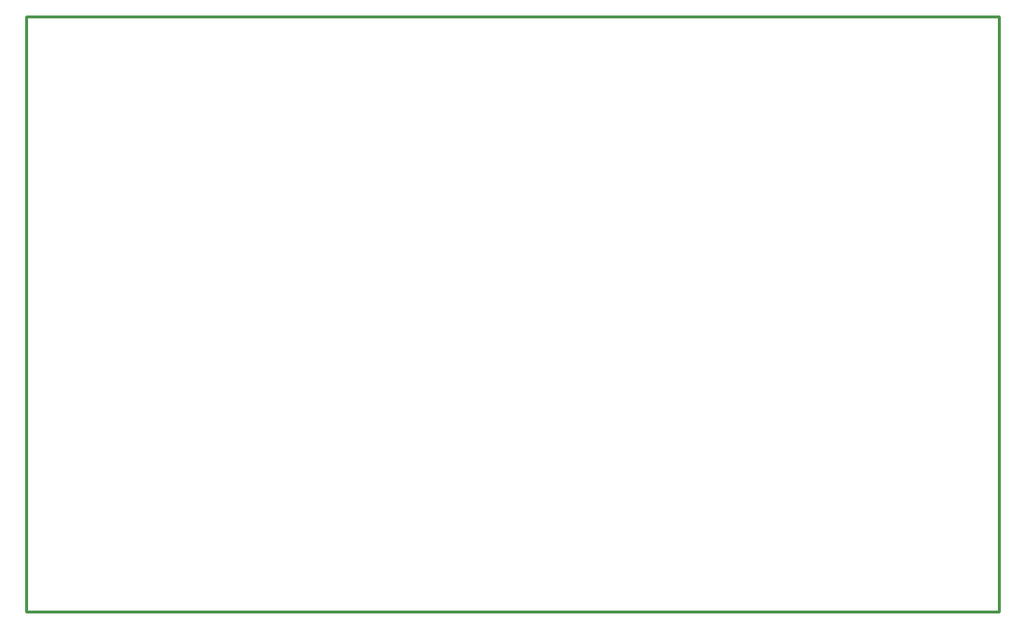
<source format=gko>
%FSAX24Y24*%
%MOIN*%
G70*
G01*
G75*
G04 Layer_Color=16711935*
%ADD10C,0.0120*%
%ADD11C,0.0250*%
%ADD12C,0.0500*%
%ADD13C,0.0591*%
%ADD14R,0.0591X0.0591*%
%ADD15R,0.0591X0.0591*%
%ADD16C,0.0600*%
%ADD17R,0.0600X0.0600*%
%ADD18C,0.0650*%
%ADD19C,0.0400*%
%ADD20C,0.0500*%
%ADD21C,0.0079*%
%ADD22C,0.0197*%
%ADD23C,0.0080*%
%ADD24C,0.0100*%
%ADD25C,0.0671*%
%ADD26R,0.0671X0.0671*%
%ADD27R,0.0671X0.0671*%
%ADD28C,0.0680*%
%ADD29R,0.0680X0.0680*%
%ADD30C,0.0730*%
%ADD31C,0.0480*%
%ADD32C,0.0580*%
D24*
X054000Y030250D02*
Y050750D01*
X020500Y030250D02*
X054000D01*
X020500Y050750D02*
X054000D01*
X020500Y030250D02*
Y050750D01*
M02*

</source>
